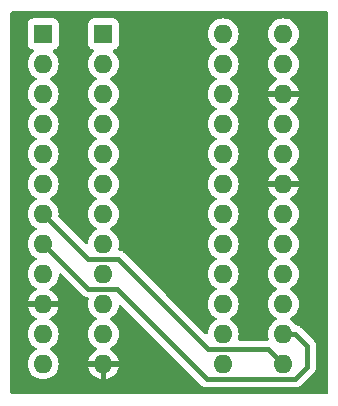
<source format=gbr>
%TF.GenerationSoftware,KiCad,Pcbnew,9.0.3*%
%TF.CreationDate,2025-07-23T07:28:25-07:00*%
%TF.ProjectId,EPROMAdapter,4550524f-4d41-4646-9170-7465722e6b69,rev?*%
%TF.SameCoordinates,PX7be6fe8PY6d01460*%
%TF.FileFunction,Copper,L2,Bot*%
%TF.FilePolarity,Positive*%
%FSLAX46Y46*%
G04 Gerber Fmt 4.6, Leading zero omitted, Abs format (unit mm)*
G04 Created by KiCad (PCBNEW 9.0.3) date 2025-07-23 07:28:25*
%MOMM*%
%LPD*%
G01*
G04 APERTURE LIST*
%TA.AperFunction,ComponentPad*%
%ADD10R,1.600000X1.600000*%
%TD*%
%TA.AperFunction,ComponentPad*%
%ADD11O,1.600000X1.600000*%
%TD*%
%TA.AperFunction,Conductor*%
%ADD12C,0.406400*%
%TD*%
G04 APERTURE END LIST*
D10*
%TO.P,U1,1,A7*%
%TO.N,A7*%
X7899400Y30480000D03*
D11*
%TO.P,U1,2,A6*%
%TO.N,A6*%
X7899400Y27940000D03*
%TO.P,U1,3,A5*%
%TO.N,A5*%
X7899400Y25400000D03*
%TO.P,U1,4,A4*%
%TO.N,A4*%
X7899400Y22860000D03*
%TO.P,U1,5,A3*%
%TO.N,A3*%
X7899400Y20320000D03*
%TO.P,U1,6,A2*%
%TO.N,A2*%
X7899400Y17780000D03*
%TO.P,U1,7,A1*%
%TO.N,A1*%
X7899400Y15240000D03*
%TO.P,U1,8,A0*%
%TO.N,A0*%
X7899400Y12700000D03*
%TO.P,U1,9,D0*%
%TO.N,D0*%
X7899400Y10160000D03*
%TO.P,U1,10,D1*%
%TO.N,D1*%
X7899400Y7620000D03*
%TO.P,U1,11,D2*%
%TO.N,D2*%
X7899400Y5080000D03*
%TO.P,U1,12,GND*%
%TO.N,GND*%
X7899400Y2540000D03*
%TO.P,U1,13,D3*%
%TO.N,D3*%
X23139400Y2540000D03*
%TO.P,U1,14,D4*%
%TO.N,D4*%
X23139400Y5080000D03*
%TO.P,U1,15,D5*%
%TO.N,unconnected-(U1-D5-Pad15)*%
X23139400Y7620000D03*
%TO.P,U1,16,D6*%
%TO.N,unconnected-(U1-D6-Pad16)*%
X23139400Y10160000D03*
%TO.P,U1,17,D7*%
%TO.N,unconnected-(U1-D7-Pad17)*%
X23139400Y12700000D03*
%TO.P,U1,18,~{CE}*%
%TO.N,~{CE}*%
X23139400Y15240000D03*
%TO.P,U1,19,A10*%
%TO.N,GND*%
X23139400Y17780000D03*
%TO.P,U1,20,~{OE}*%
%TO.N,~{CE}*%
X23139400Y20320000D03*
%TO.P,U1,21,VPP*%
%TO.N,unconnected-(U1-VPP-Pad21)*%
X23139400Y22860000D03*
%TO.P,U1,22,A9*%
%TO.N,GND*%
X23139400Y25400000D03*
%TO.P,U1,23,A8*%
%TO.N,A8*%
X23139400Y27940000D03*
%TO.P,U1,24,VCC*%
%TO.N,VCC*%
X23139400Y30480000D03*
%TD*%
D10*
%TO.P,U2,1,-12V*%
%TO.N,unconnected-(U2--12V-Pad1)*%
X2794000Y30480000D03*
D11*
%TO.P,U2,2,NC*%
%TO.N,unconnected-(U2-NC-Pad2)*%
X2794000Y27940000D03*
%TO.P,U2,3,NC*%
%TO.N,unconnected-(U2-NC-Pad3)*%
X2794000Y25400000D03*
%TO.P,U2,4,D1*%
%TO.N,D0*%
X2794000Y22860000D03*
%TO.P,U2,5,D2*%
%TO.N,D1*%
X2794000Y20320000D03*
%TO.P,U2,6,D3*%
%TO.N,D2*%
X2794000Y17780000D03*
%TO.P,U2,7,D4*%
%TO.N,D3*%
X2794000Y15240000D03*
%TO.P,U2,8,D5*%
%TO.N,D4*%
X2794000Y12700000D03*
%TO.P,U2,9,NC*%
%TO.N,unconnected-(U2-NC-Pad9)*%
X2794000Y10160000D03*
%TO.P,U2,10,GND*%
%TO.N,GND*%
X2794000Y7620000D03*
%TO.P,U2,11,~{CE}*%
%TO.N,~{CE}*%
X2794000Y5080000D03*
%TO.P,U2,12,-5V*%
%TO.N,unconnected-(U2--5V-Pad12)*%
X2794000Y2540000D03*
%TO.P,U2,13,NC*%
%TO.N,unconnected-(U2-NC-Pad13)*%
X18034000Y2540000D03*
%TO.P,U2,14,A1*%
%TO.N,A0*%
X18034000Y5080000D03*
%TO.P,U2,15,A2*%
%TO.N,A1*%
X18034000Y7620000D03*
%TO.P,U2,16,A3*%
%TO.N,A2*%
X18034000Y10160000D03*
%TO.P,U2,17,A4*%
%TO.N,A3*%
X18034000Y12700000D03*
%TO.P,U2,18,A5*%
%TO.N,A4*%
X18034000Y15240000D03*
%TO.P,U2,19,A6*%
%TO.N,A5*%
X18034000Y17780000D03*
%TO.P,U2,20,A7*%
%TO.N,A6*%
X18034000Y20320000D03*
%TO.P,U2,21,A8*%
%TO.N,A7*%
X18034000Y22860000D03*
%TO.P,U2,22,A9*%
%TO.N,A8*%
X18034000Y25400000D03*
%TO.P,U2,23,NC*%
%TO.N,unconnected-(U2-NC-Pad23)*%
X18034000Y27940000D03*
%TO.P,U2,24,VCC*%
%TO.N,VCC*%
X18034000Y30480000D03*
%TD*%
D12*
%TO.N,D3*%
X16789400Y3810000D02*
X21869400Y3810000D01*
X2819400Y15240000D02*
X6629400Y11430000D01*
X9169400Y11430000D02*
X16789400Y3810000D01*
X9169400Y11430000D02*
X6629400Y11430000D01*
X21869400Y3810000D02*
X23139400Y2540000D01*
%TO.N,D4*%
X24155400Y5080000D02*
X25171400Y4064000D01*
X9042400Y8890000D02*
X16662400Y1270000D01*
X6629400Y8890000D02*
X2819400Y12700000D01*
X23139400Y5080000D02*
X24155400Y5080000D01*
X24155400Y1270000D02*
X16662400Y1270000D01*
X25171400Y2286000D02*
X24155400Y1270000D01*
X9042400Y8890000D02*
X6629400Y8890000D01*
X25171400Y4064000D02*
X25171400Y2286000D01*
%TD*%
%TA.AperFunction,Conductor*%
%TO.N,GND*%
G36*
X26862000Y32367887D02*
G01*
X26907387Y32322500D01*
X26924000Y32260500D01*
X26924000Y124500D01*
X26907387Y62500D01*
X26862000Y17113D01*
X26800000Y500D01*
X149900Y500D01*
X87900Y17113D01*
X42513Y62500D01*
X25900Y124500D01*
X25900Y2540000D01*
X1480501Y2540000D01*
X1500456Y2311916D01*
X1518999Y2242713D01*
X1558934Y2093674D01*
X1559717Y2090754D01*
X1656474Y1883256D01*
X1656476Y1883254D01*
X1656477Y1883251D01*
X1787802Y1695700D01*
X1949700Y1533802D01*
X2137251Y1402477D01*
X2344757Y1305716D01*
X2565913Y1246457D01*
X2794000Y1226502D01*
X3022087Y1246457D01*
X3243243Y1305716D01*
X3450749Y1402477D01*
X3638300Y1533802D01*
X3800198Y1695700D01*
X3931523Y1883251D01*
X4028284Y2090757D01*
X4081671Y2290000D01*
X6620528Y2290000D01*
X6673133Y2093674D01*
X6769265Y1887520D01*
X6899741Y1701181D01*
X7060580Y1540342D01*
X7246919Y1409866D01*
X7453073Y1313734D01*
X7649399Y1261129D01*
X7649400Y1261128D01*
X7649400Y2290000D01*
X8149400Y2290000D01*
X8149400Y1261129D01*
X8345726Y1313734D01*
X8551880Y1409866D01*
X8738219Y1540342D01*
X8899058Y1701181D01*
X9029534Y1887520D01*
X9125666Y2093674D01*
X9178272Y2290000D01*
X8149400Y2290000D01*
X7649400Y2290000D01*
X6620528Y2290000D01*
X4081671Y2290000D01*
X4087543Y2311913D01*
X4107498Y2540000D01*
X4087543Y2768087D01*
X4028284Y2989243D01*
X3964730Y3125535D01*
X3931525Y3196745D01*
X3931524Y3196746D01*
X3931523Y3196749D01*
X3800198Y3384300D01*
X3638300Y3546198D01*
X3450749Y3677523D01*
X3417708Y3692930D01*
X3407655Y3697618D01*
X3355479Y3743375D01*
X3336059Y3810000D01*
X3355479Y3876625D01*
X3407655Y3922382D01*
X3410882Y3923888D01*
X3450749Y3942477D01*
X3638300Y4073802D01*
X3800198Y4235700D01*
X3931523Y4423251D01*
X4028284Y4630757D01*
X4087543Y4851913D01*
X4107498Y5080000D01*
X4087543Y5308087D01*
X4028284Y5529243D01*
X3931523Y5736749D01*
X3800198Y5924300D01*
X3638300Y6086198D01*
X3450749Y6217523D01*
X3450748Y6217524D01*
X3450746Y6217525D01*
X3397598Y6242308D01*
X3345422Y6288066D01*
X3326003Y6354691D01*
X3345423Y6421317D01*
X3397600Y6467073D01*
X3446481Y6489867D01*
X3632819Y6620342D01*
X3793658Y6781181D01*
X3924134Y6967520D01*
X4020266Y7173674D01*
X4072872Y7370000D01*
X1515128Y7370000D01*
X1567733Y7173674D01*
X1663865Y6967520D01*
X1794341Y6781181D01*
X1955180Y6620342D01*
X2141516Y6489868D01*
X2190400Y6467073D01*
X2242576Y6421316D01*
X2261996Y6354691D01*
X2242577Y6288066D01*
X2190402Y6242309D01*
X2137256Y6217526D01*
X2137255Y6217525D01*
X2137251Y6217523D01*
X1949700Y6086198D01*
X1949696Y6086195D01*
X1787805Y5924304D01*
X1656474Y5736745D01*
X1559717Y5529247D01*
X1500456Y5308085D01*
X1480501Y5080000D01*
X1500456Y4851916D01*
X1559717Y4630754D01*
X1656474Y4423256D01*
X1656476Y4423254D01*
X1656477Y4423251D01*
X1787802Y4235700D01*
X1949700Y4073802D01*
X2137251Y3942477D01*
X2180345Y3922382D01*
X2232520Y3876628D01*
X2251940Y3810003D01*
X2232522Y3743378D01*
X2180347Y3697620D01*
X2137254Y3677525D01*
X2137251Y3677524D01*
X2137251Y3677523D01*
X2126699Y3670134D01*
X1949696Y3546195D01*
X1787805Y3384304D01*
X1656474Y3196745D01*
X1559717Y2989247D01*
X1500456Y2768085D01*
X1480501Y2540000D01*
X25900Y2540000D01*
X25900Y10160001D01*
X1480501Y10160001D01*
X1500456Y9931916D01*
X1559717Y9710754D01*
X1656474Y9503256D01*
X1656476Y9503254D01*
X1656477Y9503251D01*
X1787802Y9315700D01*
X1949700Y9153802D01*
X2137251Y9022477D01*
X2190401Y8997693D01*
X2242576Y8951939D01*
X2261996Y8885314D01*
X2242578Y8818689D01*
X2190403Y8772931D01*
X2141520Y8750136D01*
X1955180Y8619659D01*
X1794341Y8458820D01*
X1663865Y8272481D01*
X1567733Y8066327D01*
X1515128Y7870001D01*
X1515128Y7870000D01*
X4072872Y7870000D01*
X4072871Y7870001D01*
X4020266Y8066327D01*
X3924134Y8272481D01*
X3793658Y8458820D01*
X3632819Y8619659D01*
X3446482Y8750134D01*
X3397597Y8772930D01*
X3345422Y8818688D01*
X3326003Y8885314D01*
X3345424Y8951939D01*
X3397596Y8997692D01*
X3450749Y9022477D01*
X3638300Y9153802D01*
X3800198Y9315700D01*
X3931523Y9503251D01*
X4028284Y9710757D01*
X4087543Y9931913D01*
X4094083Y10006677D01*
X4104065Y10120756D01*
X4129217Y10185435D01*
X4185182Y10226471D01*
X4254431Y10231010D01*
X4315274Y10197630D01*
X6108287Y8404617D01*
X6113421Y8399164D01*
X6153989Y8353372D01*
X6204332Y8318623D01*
X6210365Y8314184D01*
X6258507Y8276467D01*
X6268064Y8272166D01*
X6287602Y8261146D01*
X6296225Y8255194D01*
X6296226Y8255194D01*
X6296227Y8255193D01*
X6353418Y8233504D01*
X6360327Y8230642D01*
X6416113Y8205535D01*
X6426412Y8203648D01*
X6448028Y8197623D01*
X6457828Y8193906D01*
X6518554Y8186534D01*
X6525914Y8185413D01*
X6556064Y8179888D01*
X6616557Y8150179D01*
X6652577Y8093216D01*
X6653482Y8025826D01*
X6605856Y7848085D01*
X6585901Y7620000D01*
X6605856Y7391916D01*
X6635486Y7281335D01*
X6664334Y7173674D01*
X6665117Y7170754D01*
X6761874Y6963256D01*
X6761876Y6963254D01*
X6761877Y6963251D01*
X6893202Y6775700D01*
X7055100Y6613802D01*
X7242651Y6482477D01*
X7282734Y6463786D01*
X7285745Y6462382D01*
X7337921Y6416625D01*
X7357340Y6350000D01*
X7337921Y6283375D01*
X7285744Y6237618D01*
X7242651Y6217523D01*
X7055100Y6086198D01*
X7055096Y6086195D01*
X6893205Y5924304D01*
X6761874Y5736745D01*
X6665117Y5529247D01*
X6605856Y5308085D01*
X6585901Y5080000D01*
X6605856Y4851916D01*
X6665117Y4630754D01*
X6761874Y4423256D01*
X6761876Y4423254D01*
X6761877Y4423251D01*
X6893202Y4235700D01*
X7055100Y4073802D01*
X7242651Y3942477D01*
X7295801Y3917693D01*
X7347976Y3871939D01*
X7367396Y3805314D01*
X7347978Y3738689D01*
X7295803Y3692931D01*
X7246920Y3670136D01*
X7060580Y3539659D01*
X6899741Y3378820D01*
X6769265Y3192481D01*
X6673133Y2986327D01*
X6620528Y2790001D01*
X6620528Y2790000D01*
X9178272Y2790000D01*
X9178271Y2790001D01*
X9125666Y2986327D01*
X9029534Y3192481D01*
X8899058Y3378820D01*
X8738219Y3539659D01*
X8551882Y3670134D01*
X8502997Y3692930D01*
X8450822Y3738688D01*
X8431403Y3805314D01*
X8450824Y3871939D01*
X8502996Y3917692D01*
X8556149Y3942477D01*
X8743700Y4073802D01*
X8905598Y4235700D01*
X9036923Y4423251D01*
X9133684Y4630757D01*
X9192943Y4851913D01*
X9212898Y5080000D01*
X9192943Y5308087D01*
X9133684Y5529243D01*
X9036923Y5736749D01*
X8905598Y5924300D01*
X8743700Y6086198D01*
X8556149Y6217523D01*
X8513055Y6237618D01*
X8460879Y6283375D01*
X8441459Y6350000D01*
X8460879Y6416625D01*
X8513055Y6462382D01*
X8516282Y6463888D01*
X8556149Y6482477D01*
X8743700Y6613802D01*
X8905598Y6775700D01*
X9036923Y6963251D01*
X9133684Y7170757D01*
X9192943Y7391913D01*
X9197203Y7440616D01*
X9222356Y7505296D01*
X9278321Y7546332D01*
X9347570Y7550871D01*
X9408413Y7517491D01*
X16141280Y784625D01*
X16146414Y779171D01*
X16186987Y733373D01*
X16237339Y698618D01*
X16243372Y694179D01*
X16291507Y656468D01*
X16301060Y652169D01*
X16320603Y641146D01*
X16329227Y635193D01*
X16386431Y613499D01*
X16393336Y610639D01*
X16449112Y585535D01*
X16459420Y583647D01*
X16481028Y577623D01*
X16490828Y573906D01*
X16551541Y566535D01*
X16558932Y565411D01*
X16619113Y554381D01*
X16680161Y558075D01*
X16687648Y558300D01*
X24130140Y558300D01*
X24137627Y558075D01*
X24198687Y554380D01*
X24258890Y565414D01*
X24266239Y566533D01*
X24326972Y573906D01*
X24336768Y577622D01*
X24358378Y583647D01*
X24368687Y585535D01*
X24424474Y610644D01*
X24431356Y613495D01*
X24488573Y635193D01*
X24497194Y641144D01*
X24516741Y652169D01*
X24526293Y656467D01*
X24574466Y694210D01*
X24580459Y698618D01*
X24630811Y733372D01*
X24671393Y779182D01*
X24676495Y784601D01*
X25656799Y1764905D01*
X25662218Y1770007D01*
X25708028Y1810589D01*
X25742789Y1860952D01*
X25747190Y1866934D01*
X25784933Y1915107D01*
X25789231Y1924659D01*
X25800256Y1944206D01*
X25806207Y1952827D01*
X25827905Y2010044D01*
X25830762Y2016938D01*
X25855865Y2072713D01*
X25857753Y2083022D01*
X25863778Y2104632D01*
X25867494Y2114428D01*
X25874867Y2175161D01*
X25875986Y2182510D01*
X25887020Y2242713D01*
X25883325Y2303773D01*
X25883100Y2311260D01*
X25883100Y4038740D01*
X25883326Y4046228D01*
X25884994Y4073806D01*
X25887020Y4107287D01*
X25875987Y4167481D01*
X25874866Y4174846D01*
X25867494Y4235572D01*
X25863777Y4245372D01*
X25857752Y4266989D01*
X25855865Y4277286D01*
X25830760Y4333068D01*
X25827894Y4339988D01*
X25806206Y4397175D01*
X25800254Y4405798D01*
X25789234Y4425336D01*
X25784933Y4434893D01*
X25747216Y4483035D01*
X25742777Y4489068D01*
X25708028Y4539411D01*
X25662236Y4579979D01*
X25656783Y4585113D01*
X24676511Y5565385D01*
X24671377Y5570839D01*
X24630812Y5616627D01*
X24580469Y5651376D01*
X24574444Y5655809D01*
X24526293Y5693533D01*
X24526291Y5693534D01*
X24516738Y5697834D01*
X24497201Y5708853D01*
X24488574Y5714807D01*
X24431372Y5736502D01*
X24424456Y5739366D01*
X24368685Y5764466D01*
X24360445Y5765976D01*
X24358378Y5766355D01*
X24336770Y5772379D01*
X24326975Y5776094D01*
X24297063Y5779726D01*
X24248218Y5796491D01*
X24210439Y5831697D01*
X24145598Y5924300D01*
X23983700Y6086198D01*
X23796149Y6217523D01*
X23753055Y6237618D01*
X23700879Y6283375D01*
X23681459Y6350000D01*
X23700879Y6416625D01*
X23753055Y6462382D01*
X23756282Y6463888D01*
X23796149Y6482477D01*
X23983700Y6613802D01*
X24145598Y6775700D01*
X24276923Y6963251D01*
X24373684Y7170757D01*
X24432943Y7391913D01*
X24452898Y7620000D01*
X24432943Y7848087D01*
X24373684Y8069243D01*
X24278913Y8272481D01*
X24276925Y8276745D01*
X24276924Y8276746D01*
X24276923Y8276749D01*
X24145598Y8464300D01*
X23983700Y8626198D01*
X23796149Y8757523D01*
X23763108Y8772930D01*
X23753055Y8777618D01*
X23700879Y8823375D01*
X23681459Y8890000D01*
X23700879Y8956625D01*
X23753055Y9002382D01*
X23756282Y9003888D01*
X23796149Y9022477D01*
X23983700Y9153802D01*
X24145598Y9315700D01*
X24276923Y9503251D01*
X24373684Y9710757D01*
X24432943Y9931913D01*
X24452898Y10160000D01*
X24432943Y10388087D01*
X24373684Y10609243D01*
X24279057Y10812172D01*
X24276925Y10816745D01*
X24276924Y10816746D01*
X24276923Y10816749D01*
X24145598Y11004300D01*
X23983700Y11166198D01*
X23796149Y11297523D01*
X23753055Y11317618D01*
X23700879Y11363375D01*
X23681459Y11430000D01*
X23700879Y11496625D01*
X23753055Y11542382D01*
X23756282Y11543888D01*
X23796149Y11562477D01*
X23983700Y11693802D01*
X24145598Y11855700D01*
X24276923Y12043251D01*
X24373684Y12250757D01*
X24432943Y12471913D01*
X24452898Y12700000D01*
X24432943Y12928087D01*
X24373684Y13149243D01*
X24276923Y13356749D01*
X24145598Y13544300D01*
X23983700Y13706198D01*
X23796149Y13837523D01*
X23753055Y13857618D01*
X23700879Y13903375D01*
X23681459Y13970000D01*
X23700879Y14036625D01*
X23753055Y14082382D01*
X23756282Y14083888D01*
X23796149Y14102477D01*
X23983700Y14233802D01*
X24145598Y14395700D01*
X24276923Y14583251D01*
X24373684Y14790757D01*
X24432943Y15011913D01*
X24452898Y15240000D01*
X24432943Y15468087D01*
X24373684Y15689243D01*
X24276923Y15896749D01*
X24145598Y16084300D01*
X23983700Y16246198D01*
X23796149Y16377523D01*
X23796148Y16377524D01*
X23796146Y16377525D01*
X23742998Y16402308D01*
X23690822Y16448066D01*
X23671403Y16514691D01*
X23690823Y16581317D01*
X23743000Y16627073D01*
X23791881Y16649867D01*
X23978219Y16780342D01*
X24139058Y16941181D01*
X24269534Y17127520D01*
X24365666Y17333674D01*
X24418272Y17530000D01*
X21860528Y17530000D01*
X21913133Y17333674D01*
X22009265Y17127520D01*
X22139741Y16941181D01*
X22300580Y16780342D01*
X22486916Y16649868D01*
X22535800Y16627073D01*
X22587976Y16581316D01*
X22607396Y16514691D01*
X22587977Y16448066D01*
X22535802Y16402309D01*
X22482656Y16377526D01*
X22482655Y16377525D01*
X22482651Y16377523D01*
X22295100Y16246198D01*
X22295096Y16246195D01*
X22133205Y16084304D01*
X22001874Y15896745D01*
X21905117Y15689247D01*
X21845856Y15468085D01*
X21825901Y15240000D01*
X21845856Y15011916D01*
X21905117Y14790754D01*
X22001874Y14583256D01*
X22001876Y14583254D01*
X22001877Y14583251D01*
X22133202Y14395700D01*
X22295100Y14233802D01*
X22482651Y14102477D01*
X22522734Y14083786D01*
X22525745Y14082382D01*
X22577921Y14036625D01*
X22597340Y13970000D01*
X22577921Y13903375D01*
X22525744Y13857618D01*
X22482651Y13837523D01*
X22295100Y13706198D01*
X22295096Y13706195D01*
X22133205Y13544304D01*
X22001874Y13356745D01*
X21905117Y13149247D01*
X21845856Y12928085D01*
X21825901Y12700000D01*
X21845856Y12471916D01*
X21905117Y12250754D01*
X22001874Y12043256D01*
X22001876Y12043254D01*
X22001877Y12043251D01*
X22133202Y11855700D01*
X22295100Y11693802D01*
X22482651Y11562477D01*
X22522734Y11543786D01*
X22525745Y11542382D01*
X22577921Y11496625D01*
X22597340Y11430000D01*
X22577921Y11363375D01*
X22525744Y11317618D01*
X22482651Y11297523D01*
X22295100Y11166198D01*
X22295096Y11166195D01*
X22133205Y11004304D01*
X22001874Y10816745D01*
X21905117Y10609247D01*
X21845856Y10388085D01*
X21825901Y10160000D01*
X21845856Y9931916D01*
X21905117Y9710754D01*
X22001874Y9503256D01*
X22001876Y9503254D01*
X22001877Y9503251D01*
X22133202Y9315700D01*
X22295100Y9153802D01*
X22482651Y9022477D01*
X22525745Y9002382D01*
X22577920Y8956628D01*
X22597340Y8890003D01*
X22577922Y8823378D01*
X22525747Y8777620D01*
X22482654Y8757525D01*
X22482651Y8757524D01*
X22482651Y8757523D01*
X22472099Y8750134D01*
X22295096Y8626195D01*
X22133205Y8464304D01*
X22001874Y8276745D01*
X21905117Y8069247D01*
X21845856Y7848085D01*
X21825901Y7620000D01*
X21845856Y7391916D01*
X21875486Y7281335D01*
X21904334Y7173674D01*
X21905117Y7170754D01*
X22001874Y6963256D01*
X22001876Y6963254D01*
X22001877Y6963251D01*
X22133202Y6775700D01*
X22295100Y6613802D01*
X22482651Y6482477D01*
X22522734Y6463786D01*
X22525745Y6462382D01*
X22577921Y6416625D01*
X22597340Y6350000D01*
X22577921Y6283375D01*
X22525744Y6237618D01*
X22482651Y6217523D01*
X22295100Y6086198D01*
X22295096Y6086195D01*
X22133205Y5924304D01*
X22001874Y5736745D01*
X21905117Y5529247D01*
X21845856Y5308085D01*
X21825901Y5080001D01*
X21845856Y4851916D01*
X21845857Y4851913D01*
X21892513Y4677792D01*
X21894355Y4621509D01*
X21871114Y4570214D01*
X21827582Y4534488D01*
X21772738Y4521700D01*
X19400663Y4521700D01*
X19345819Y4534488D01*
X19302287Y4570214D01*
X19279046Y4621509D01*
X19280888Y4677794D01*
X19295936Y4733956D01*
X19327543Y4851913D01*
X19347498Y5080000D01*
X19327543Y5308087D01*
X19268284Y5529243D01*
X19171523Y5736749D01*
X19040198Y5924300D01*
X18878300Y6086198D01*
X18690749Y6217523D01*
X18647655Y6237618D01*
X18595479Y6283375D01*
X18576059Y6350000D01*
X18595479Y6416625D01*
X18647655Y6462382D01*
X18650882Y6463888D01*
X18690749Y6482477D01*
X18878300Y6613802D01*
X19040198Y6775700D01*
X19171523Y6963251D01*
X19268284Y7170757D01*
X19327543Y7391913D01*
X19347498Y7620000D01*
X19327543Y7848087D01*
X19268284Y8069243D01*
X19173513Y8272481D01*
X19171525Y8276745D01*
X19171524Y8276746D01*
X19171523Y8276749D01*
X19040198Y8464300D01*
X18878300Y8626198D01*
X18690749Y8757523D01*
X18657708Y8772930D01*
X18647655Y8777618D01*
X18595479Y8823375D01*
X18576059Y8890000D01*
X18595479Y8956625D01*
X18647655Y9002382D01*
X18650882Y9003888D01*
X18690749Y9022477D01*
X18878300Y9153802D01*
X19040198Y9315700D01*
X19171523Y9503251D01*
X19268284Y9710757D01*
X19327543Y9931913D01*
X19347498Y10160000D01*
X19327543Y10388087D01*
X19268284Y10609243D01*
X19173657Y10812172D01*
X19171525Y10816745D01*
X19171524Y10816746D01*
X19171523Y10816749D01*
X19040198Y11004300D01*
X18878300Y11166198D01*
X18690749Y11297523D01*
X18647655Y11317618D01*
X18595479Y11363375D01*
X18576059Y11430000D01*
X18595479Y11496625D01*
X18647655Y11542382D01*
X18650882Y11543888D01*
X18690749Y11562477D01*
X18878300Y11693802D01*
X19040198Y11855700D01*
X19171523Y12043251D01*
X19268284Y12250757D01*
X19327543Y12471913D01*
X19347498Y12700000D01*
X19327543Y12928087D01*
X19268284Y13149243D01*
X19171523Y13356749D01*
X19040198Y13544300D01*
X18878300Y13706198D01*
X18690749Y13837523D01*
X18647655Y13857618D01*
X18595479Y13903375D01*
X18576059Y13970000D01*
X18595479Y14036625D01*
X18647655Y14082382D01*
X18650882Y14083888D01*
X18690749Y14102477D01*
X18878300Y14233802D01*
X19040198Y14395700D01*
X19171523Y14583251D01*
X19268284Y14790757D01*
X19327543Y15011913D01*
X19347498Y15240000D01*
X19327543Y15468087D01*
X19268284Y15689243D01*
X19171523Y15896749D01*
X19040198Y16084300D01*
X18878300Y16246198D01*
X18690749Y16377523D01*
X18647655Y16397618D01*
X18595479Y16443375D01*
X18576059Y16510000D01*
X18595479Y16576625D01*
X18647655Y16622382D01*
X18650882Y16623888D01*
X18690749Y16642477D01*
X18878300Y16773802D01*
X19040198Y16935700D01*
X19171523Y17123251D01*
X19268284Y17330757D01*
X19327543Y17551913D01*
X19347498Y17780000D01*
X19327543Y18008087D01*
X19268284Y18229243D01*
X19171523Y18436749D01*
X19040198Y18624300D01*
X18878300Y18786198D01*
X18690749Y18917523D01*
X18657708Y18932930D01*
X18647655Y18937618D01*
X18595479Y18983375D01*
X18576059Y19050000D01*
X18595479Y19116625D01*
X18647655Y19162382D01*
X18650882Y19163888D01*
X18690749Y19182477D01*
X18878300Y19313802D01*
X19040198Y19475700D01*
X19171523Y19663251D01*
X19268284Y19870757D01*
X19327543Y20091913D01*
X19347498Y20320000D01*
X19347498Y20320001D01*
X21825901Y20320001D01*
X21845856Y20091916D01*
X21905117Y19870754D01*
X22001874Y19663256D01*
X22001876Y19663254D01*
X22001877Y19663251D01*
X22133202Y19475700D01*
X22295100Y19313802D01*
X22482651Y19182477D01*
X22535801Y19157693D01*
X22587976Y19111939D01*
X22607396Y19045314D01*
X22587978Y18978689D01*
X22535803Y18932931D01*
X22486920Y18910136D01*
X22300580Y18779659D01*
X22139741Y18618820D01*
X22009265Y18432481D01*
X21913133Y18226327D01*
X21860528Y18030001D01*
X21860528Y18030000D01*
X24418272Y18030000D01*
X24418271Y18030001D01*
X24365666Y18226327D01*
X24269534Y18432481D01*
X24139058Y18618820D01*
X23978219Y18779659D01*
X23791882Y18910134D01*
X23742997Y18932930D01*
X23690822Y18978688D01*
X23671403Y19045314D01*
X23690824Y19111939D01*
X23742996Y19157692D01*
X23796149Y19182477D01*
X23983700Y19313802D01*
X24145598Y19475700D01*
X24276923Y19663251D01*
X24373684Y19870757D01*
X24432943Y20091913D01*
X24452898Y20320000D01*
X24432943Y20548087D01*
X24373684Y20769243D01*
X24276923Y20976749D01*
X24145598Y21164300D01*
X23983700Y21326198D01*
X23796149Y21457523D01*
X23753055Y21477618D01*
X23700879Y21523375D01*
X23681459Y21590000D01*
X23700879Y21656625D01*
X23753055Y21702382D01*
X23756282Y21703888D01*
X23796149Y21722477D01*
X23983700Y21853802D01*
X24145598Y22015700D01*
X24276923Y22203251D01*
X24373684Y22410757D01*
X24432943Y22631913D01*
X24452898Y22860000D01*
X24432943Y23088087D01*
X24373684Y23309243D01*
X24276923Y23516749D01*
X24145598Y23704300D01*
X23983700Y23866198D01*
X23796149Y23997523D01*
X23796148Y23997524D01*
X23796146Y23997525D01*
X23742998Y24022308D01*
X23690822Y24068066D01*
X23671403Y24134691D01*
X23690823Y24201317D01*
X23743000Y24247073D01*
X23791881Y24269867D01*
X23978219Y24400342D01*
X24139058Y24561181D01*
X24269534Y24747520D01*
X24365666Y24953674D01*
X24418272Y25150000D01*
X21860528Y25150000D01*
X21913133Y24953674D01*
X22009265Y24747520D01*
X22139741Y24561181D01*
X22300580Y24400342D01*
X22486916Y24269868D01*
X22535800Y24247073D01*
X22587976Y24201316D01*
X22607396Y24134691D01*
X22587977Y24068066D01*
X22535802Y24022309D01*
X22482656Y23997526D01*
X22482655Y23997525D01*
X22482651Y23997523D01*
X22295100Y23866198D01*
X22295096Y23866195D01*
X22133205Y23704304D01*
X22001874Y23516745D01*
X21905117Y23309247D01*
X21845856Y23088085D01*
X21825901Y22860001D01*
X21845856Y22631916D01*
X21905117Y22410754D01*
X22001874Y22203256D01*
X22001876Y22203254D01*
X22001877Y22203251D01*
X22133202Y22015700D01*
X22295100Y21853802D01*
X22482651Y21722477D01*
X22522734Y21703786D01*
X22525745Y21702382D01*
X22577921Y21656625D01*
X22597340Y21590000D01*
X22577921Y21523375D01*
X22525744Y21477618D01*
X22482651Y21457523D01*
X22295100Y21326198D01*
X22295096Y21326195D01*
X22133205Y21164304D01*
X22001874Y20976745D01*
X21905117Y20769247D01*
X21845856Y20548085D01*
X21825901Y20320001D01*
X19347498Y20320001D01*
X19327543Y20548087D01*
X19268284Y20769243D01*
X19171523Y20976749D01*
X19040198Y21164300D01*
X18878300Y21326198D01*
X18690749Y21457523D01*
X18647655Y21477618D01*
X18595479Y21523375D01*
X18576059Y21590000D01*
X18595479Y21656625D01*
X18647655Y21702382D01*
X18650882Y21703888D01*
X18690749Y21722477D01*
X18878300Y21853802D01*
X19040198Y22015700D01*
X19171523Y22203251D01*
X19268284Y22410757D01*
X19327543Y22631913D01*
X19347498Y22860000D01*
X19327543Y23088087D01*
X19268284Y23309243D01*
X19171523Y23516749D01*
X19040198Y23704300D01*
X18878300Y23866198D01*
X18690749Y23997523D01*
X18647655Y24017618D01*
X18595479Y24063375D01*
X18576059Y24130000D01*
X18595479Y24196625D01*
X18647655Y24242382D01*
X18650882Y24243888D01*
X18690749Y24262477D01*
X18878300Y24393802D01*
X19040198Y24555700D01*
X19171523Y24743251D01*
X19268284Y24950757D01*
X19327543Y25171913D01*
X19347498Y25400000D01*
X19327543Y25628087D01*
X19268284Y25849243D01*
X19171523Y26056749D01*
X19040198Y26244300D01*
X18878300Y26406198D01*
X18690749Y26537523D01*
X18657708Y26552930D01*
X18647655Y26557618D01*
X18595479Y26603375D01*
X18576059Y26670000D01*
X18595479Y26736625D01*
X18647655Y26782382D01*
X18650882Y26783888D01*
X18690749Y26802477D01*
X18878300Y26933802D01*
X19040198Y27095700D01*
X19171523Y27283251D01*
X19268284Y27490757D01*
X19327543Y27711913D01*
X19347498Y27940000D01*
X19347498Y27940001D01*
X21825901Y27940001D01*
X21845856Y27711916D01*
X21905117Y27490754D01*
X22001874Y27283256D01*
X22001876Y27283254D01*
X22001877Y27283251D01*
X22133202Y27095700D01*
X22295100Y26933802D01*
X22482651Y26802477D01*
X22535801Y26777693D01*
X22587976Y26731939D01*
X22607396Y26665314D01*
X22587978Y26598689D01*
X22535803Y26552931D01*
X22486920Y26530136D01*
X22300580Y26399659D01*
X22139741Y26238820D01*
X22009265Y26052481D01*
X21913133Y25846327D01*
X21860528Y25650001D01*
X21860528Y25650000D01*
X24418272Y25650000D01*
X24418271Y25650001D01*
X24365666Y25846327D01*
X24269534Y26052481D01*
X24139058Y26238820D01*
X23978219Y26399659D01*
X23791882Y26530134D01*
X23742997Y26552930D01*
X23690822Y26598688D01*
X23671403Y26665314D01*
X23690824Y26731939D01*
X23742996Y26777692D01*
X23796149Y26802477D01*
X23983700Y26933802D01*
X24145598Y27095700D01*
X24276923Y27283251D01*
X24373684Y27490757D01*
X24432943Y27711913D01*
X24452898Y27940000D01*
X24432943Y28168087D01*
X24373684Y28389243D01*
X24276923Y28596749D01*
X24145598Y28784300D01*
X23983700Y28946198D01*
X23796149Y29077523D01*
X23753055Y29097618D01*
X23700879Y29143375D01*
X23681459Y29210000D01*
X23700879Y29276625D01*
X23753055Y29322382D01*
X23756282Y29323888D01*
X23796149Y29342477D01*
X23983700Y29473802D01*
X24145598Y29635700D01*
X24276923Y29823251D01*
X24373684Y30030757D01*
X24432943Y30251913D01*
X24452898Y30480000D01*
X24432943Y30708087D01*
X24373684Y30929243D01*
X24276923Y31136749D01*
X24145598Y31324300D01*
X23983700Y31486198D01*
X23796149Y31617523D01*
X23796146Y31617524D01*
X23796144Y31617526D01*
X23588646Y31714283D01*
X23588643Y31714284D01*
X23478065Y31743914D01*
X23367484Y31773544D01*
X23139400Y31793499D01*
X22911315Y31773544D01*
X22690153Y31714283D01*
X22482655Y31617526D01*
X22295096Y31486195D01*
X22133205Y31324304D01*
X22001874Y31136745D01*
X21905117Y30929247D01*
X21845856Y30708085D01*
X21825901Y30480000D01*
X21845856Y30251916D01*
X21905117Y30030754D01*
X22001874Y29823256D01*
X22001876Y29823254D01*
X22001877Y29823251D01*
X22133202Y29635700D01*
X22295100Y29473802D01*
X22482651Y29342477D01*
X22522734Y29323786D01*
X22525745Y29322382D01*
X22577921Y29276625D01*
X22597340Y29210000D01*
X22577921Y29143375D01*
X22525744Y29097618D01*
X22482651Y29077523D01*
X22302768Y28951567D01*
X22295096Y28946195D01*
X22133205Y28784304D01*
X22001874Y28596745D01*
X21905117Y28389247D01*
X21845856Y28168085D01*
X21825901Y27940001D01*
X19347498Y27940001D01*
X19327543Y28168087D01*
X19268284Y28389243D01*
X19171523Y28596749D01*
X19040198Y28784300D01*
X18878300Y28946198D01*
X18690749Y29077523D01*
X18647655Y29097618D01*
X18595479Y29143375D01*
X18576059Y29210000D01*
X18595479Y29276625D01*
X18647655Y29322382D01*
X18650882Y29323888D01*
X18690749Y29342477D01*
X18878300Y29473802D01*
X19040198Y29635700D01*
X19171523Y29823251D01*
X19268284Y30030757D01*
X19327543Y30251913D01*
X19347498Y30480000D01*
X19327543Y30708087D01*
X19268284Y30929243D01*
X19171523Y31136749D01*
X19040198Y31324300D01*
X18878300Y31486198D01*
X18690749Y31617523D01*
X18690746Y31617524D01*
X18690744Y31617526D01*
X18483246Y31714283D01*
X18483243Y31714284D01*
X18372665Y31743914D01*
X18262084Y31773544D01*
X18034000Y31793499D01*
X17805915Y31773544D01*
X17584753Y31714283D01*
X17377255Y31617526D01*
X17189696Y31486195D01*
X17027805Y31324304D01*
X16896474Y31136745D01*
X16799717Y30929247D01*
X16740456Y30708085D01*
X16720501Y30480000D01*
X16740456Y30251916D01*
X16799717Y30030754D01*
X16896474Y29823256D01*
X16896476Y29823254D01*
X16896477Y29823251D01*
X17027802Y29635700D01*
X17189700Y29473802D01*
X17377251Y29342477D01*
X17417334Y29323786D01*
X17420345Y29322382D01*
X17472521Y29276625D01*
X17491940Y29210000D01*
X17472521Y29143375D01*
X17420344Y29097618D01*
X17377251Y29077523D01*
X17197368Y28951567D01*
X17189696Y28946195D01*
X17027805Y28784304D01*
X16896474Y28596745D01*
X16799717Y28389247D01*
X16740456Y28168085D01*
X16720501Y27940001D01*
X16740456Y27711916D01*
X16799717Y27490754D01*
X16896474Y27283256D01*
X16896476Y27283254D01*
X16896477Y27283251D01*
X17027802Y27095700D01*
X17189700Y26933802D01*
X17377251Y26802477D01*
X17417334Y26783786D01*
X17420345Y26782382D01*
X17472521Y26736625D01*
X17491940Y26670000D01*
X17472521Y26603375D01*
X17420345Y26557618D01*
X17377255Y26537525D01*
X17377251Y26537523D01*
X17189700Y26406198D01*
X17189696Y26406195D01*
X17027805Y26244304D01*
X16896474Y26056745D01*
X16799717Y25849247D01*
X16740456Y25628085D01*
X16720501Y25400001D01*
X16740456Y25171916D01*
X16770086Y25061335D01*
X16798934Y24953674D01*
X16799717Y24950754D01*
X16896474Y24743256D01*
X16896476Y24743254D01*
X16896477Y24743251D01*
X17027802Y24555700D01*
X17189700Y24393802D01*
X17377251Y24262477D01*
X17417334Y24243786D01*
X17420345Y24242382D01*
X17472521Y24196625D01*
X17491940Y24130000D01*
X17472521Y24063375D01*
X17420344Y24017618D01*
X17377251Y23997523D01*
X17189700Y23866198D01*
X17189696Y23866195D01*
X17027805Y23704304D01*
X16896474Y23516745D01*
X16799717Y23309247D01*
X16740456Y23088085D01*
X16720501Y22860001D01*
X16740456Y22631916D01*
X16799717Y22410754D01*
X16896474Y22203256D01*
X16896476Y22203254D01*
X16896477Y22203251D01*
X17027802Y22015700D01*
X17189700Y21853802D01*
X17377251Y21722477D01*
X17417334Y21703786D01*
X17420345Y21702382D01*
X17472521Y21656625D01*
X17491940Y21590000D01*
X17472521Y21523375D01*
X17420344Y21477618D01*
X17377251Y21457523D01*
X17189700Y21326198D01*
X17189696Y21326195D01*
X17027805Y21164304D01*
X16896474Y20976745D01*
X16799717Y20769247D01*
X16740456Y20548085D01*
X16720501Y20320001D01*
X16740456Y20091916D01*
X16799717Y19870754D01*
X16896474Y19663256D01*
X16896476Y19663254D01*
X16896477Y19663251D01*
X17027802Y19475700D01*
X17189700Y19313802D01*
X17377251Y19182477D01*
X17417334Y19163786D01*
X17420345Y19162382D01*
X17472521Y19116625D01*
X17491940Y19050000D01*
X17472521Y18983375D01*
X17420345Y18937618D01*
X17377255Y18917525D01*
X17377251Y18917523D01*
X17189700Y18786198D01*
X17189696Y18786195D01*
X17027805Y18624304D01*
X16896474Y18436745D01*
X16799717Y18229247D01*
X16740456Y18008085D01*
X16720501Y17780000D01*
X16740456Y17551916D01*
X16770086Y17441335D01*
X16798934Y17333674D01*
X16799717Y17330754D01*
X16896474Y17123256D01*
X16896476Y17123254D01*
X16896477Y17123251D01*
X17027802Y16935700D01*
X17189700Y16773802D01*
X17377251Y16642477D01*
X17420345Y16622382D01*
X17472520Y16576628D01*
X17491940Y16510003D01*
X17472522Y16443378D01*
X17420347Y16397620D01*
X17377254Y16377525D01*
X17189696Y16246195D01*
X17027805Y16084304D01*
X16896474Y15896745D01*
X16799717Y15689247D01*
X16740456Y15468085D01*
X16720501Y15240000D01*
X16740456Y15011916D01*
X16799717Y14790754D01*
X16896474Y14583256D01*
X16896476Y14583254D01*
X16896477Y14583251D01*
X17027802Y14395700D01*
X17189700Y14233802D01*
X17377251Y14102477D01*
X17417334Y14083786D01*
X17420345Y14082382D01*
X17472521Y14036625D01*
X17491940Y13970000D01*
X17472521Y13903375D01*
X17420344Y13857618D01*
X17377251Y13837523D01*
X17189700Y13706198D01*
X17189696Y13706195D01*
X17027805Y13544304D01*
X16896474Y13356745D01*
X16799717Y13149247D01*
X16740456Y12928085D01*
X16720501Y12700000D01*
X16740456Y12471916D01*
X16799717Y12250754D01*
X16896474Y12043256D01*
X16896476Y12043254D01*
X16896477Y12043251D01*
X17027802Y11855700D01*
X17189700Y11693802D01*
X17377251Y11562477D01*
X17417334Y11543786D01*
X17420345Y11542382D01*
X17472521Y11496625D01*
X17491940Y11430000D01*
X17472521Y11363375D01*
X17420344Y11317618D01*
X17377251Y11297523D01*
X17189700Y11166198D01*
X17189696Y11166195D01*
X17027805Y11004304D01*
X16896474Y10816745D01*
X16799717Y10609247D01*
X16740456Y10388085D01*
X16720501Y10160000D01*
X16740456Y9931916D01*
X16799717Y9710754D01*
X16896474Y9503256D01*
X16896476Y9503254D01*
X16896477Y9503251D01*
X17027802Y9315700D01*
X17189700Y9153802D01*
X17377251Y9022477D01*
X17420345Y9002382D01*
X17472520Y8956628D01*
X17491940Y8890003D01*
X17472522Y8823378D01*
X17420347Y8777620D01*
X17377254Y8757525D01*
X17377251Y8757524D01*
X17377251Y8757523D01*
X17366699Y8750134D01*
X17189696Y8626195D01*
X17027805Y8464304D01*
X16896474Y8276745D01*
X16799717Y8069247D01*
X16740456Y7848085D01*
X16720501Y7620000D01*
X16740456Y7391916D01*
X16770086Y7281335D01*
X16798934Y7173674D01*
X16799717Y7170754D01*
X16896474Y6963256D01*
X16896476Y6963254D01*
X16896477Y6963251D01*
X17027802Y6775700D01*
X17189700Y6613802D01*
X17377251Y6482477D01*
X17417334Y6463786D01*
X17420345Y6462382D01*
X17472521Y6416625D01*
X17491940Y6350000D01*
X17472521Y6283375D01*
X17420344Y6237618D01*
X17377251Y6217523D01*
X17189700Y6086198D01*
X17189696Y6086195D01*
X17027805Y5924304D01*
X16896474Y5736745D01*
X16799717Y5529247D01*
X16740456Y5308085D01*
X16728021Y5165956D01*
X16702869Y5101277D01*
X16646903Y5060242D01*
X16577654Y5055703D01*
X16516812Y5089083D01*
X13206731Y8399164D01*
X9690511Y11915385D01*
X9685377Y11920839D01*
X9644812Y11966627D01*
X9594469Y12001376D01*
X9588444Y12005809D01*
X9540293Y12043533D01*
X9540291Y12043534D01*
X9530738Y12047834D01*
X9511201Y12058853D01*
X9502574Y12064807D01*
X9445372Y12086502D01*
X9438456Y12089366D01*
X9382685Y12114466D01*
X9374445Y12115976D01*
X9372378Y12116355D01*
X9350770Y12122379D01*
X9340975Y12126094D01*
X9280264Y12133466D01*
X9272861Y12134593D01*
X9242740Y12140113D01*
X9182243Y12169821D01*
X9146222Y12226785D01*
X9145317Y12294172D01*
X9192943Y12471913D01*
X9212898Y12700000D01*
X9192943Y12928087D01*
X9133684Y13149243D01*
X9036923Y13356749D01*
X8905598Y13544300D01*
X8743700Y13706198D01*
X8556149Y13837523D01*
X8513055Y13857618D01*
X8460879Y13903375D01*
X8441459Y13970000D01*
X8460879Y14036625D01*
X8513055Y14082382D01*
X8516282Y14083888D01*
X8556149Y14102477D01*
X8743700Y14233802D01*
X8905598Y14395700D01*
X9036923Y14583251D01*
X9133684Y14790757D01*
X9192943Y15011913D01*
X9212898Y15240000D01*
X9192943Y15468087D01*
X9133684Y15689243D01*
X9036923Y15896749D01*
X8905598Y16084300D01*
X8743700Y16246198D01*
X8556149Y16377523D01*
X8513055Y16397618D01*
X8460879Y16443375D01*
X8441459Y16510000D01*
X8460879Y16576625D01*
X8513055Y16622382D01*
X8516282Y16623888D01*
X8556149Y16642477D01*
X8743700Y16773802D01*
X8905598Y16935700D01*
X9036923Y17123251D01*
X9133684Y17330757D01*
X9192943Y17551913D01*
X9212898Y17780000D01*
X9192943Y18008087D01*
X9133684Y18229243D01*
X9036923Y18436749D01*
X8905598Y18624300D01*
X8743700Y18786198D01*
X8556149Y18917523D01*
X8523108Y18932930D01*
X8513055Y18937618D01*
X8460879Y18983375D01*
X8441459Y19050000D01*
X8460879Y19116625D01*
X8513055Y19162382D01*
X8516282Y19163888D01*
X8556149Y19182477D01*
X8743700Y19313802D01*
X8905598Y19475700D01*
X9036923Y19663251D01*
X9133684Y19870757D01*
X9192943Y20091913D01*
X9212898Y20320000D01*
X9192943Y20548087D01*
X9133684Y20769243D01*
X9036923Y20976749D01*
X8905598Y21164300D01*
X8743700Y21326198D01*
X8556149Y21457523D01*
X8513055Y21477618D01*
X8460879Y21523375D01*
X8441459Y21590000D01*
X8460879Y21656625D01*
X8513055Y21702382D01*
X8516282Y21703888D01*
X8556149Y21722477D01*
X8743700Y21853802D01*
X8905598Y22015700D01*
X9036923Y22203251D01*
X9133684Y22410757D01*
X9192943Y22631913D01*
X9212898Y22860000D01*
X9192943Y23088087D01*
X9133684Y23309243D01*
X9036923Y23516749D01*
X8905598Y23704300D01*
X8743700Y23866198D01*
X8556149Y23997523D01*
X8513055Y24017618D01*
X8460879Y24063375D01*
X8441459Y24130000D01*
X8460879Y24196625D01*
X8513055Y24242382D01*
X8516282Y24243888D01*
X8556149Y24262477D01*
X8743700Y24393802D01*
X8905598Y24555700D01*
X9036923Y24743251D01*
X9133684Y24950757D01*
X9192943Y25171913D01*
X9212898Y25400000D01*
X9192943Y25628087D01*
X9133684Y25849243D01*
X9036923Y26056749D01*
X8905598Y26244300D01*
X8743700Y26406198D01*
X8556149Y26537523D01*
X8523108Y26552930D01*
X8513055Y26557618D01*
X8460879Y26603375D01*
X8441459Y26670000D01*
X8460879Y26736625D01*
X8513055Y26782382D01*
X8516282Y26783888D01*
X8556149Y26802477D01*
X8743700Y26933802D01*
X8905598Y27095700D01*
X9036923Y27283251D01*
X9133684Y27490757D01*
X9192943Y27711913D01*
X9212898Y27940000D01*
X9192943Y28168087D01*
X9133684Y28389243D01*
X9036923Y28596749D01*
X8905598Y28784300D01*
X8743700Y28946198D01*
X8736029Y28951569D01*
X8696896Y28996408D01*
X8683162Y29054321D01*
X8697996Y29111963D01*
X8737980Y29156052D01*
X8793900Y29176431D01*
X8808601Y29178011D01*
X8808603Y29178012D01*
X8808605Y29178012D01*
X8894366Y29210000D01*
X8945604Y29229111D01*
X9062661Y29316739D01*
X9150289Y29433796D01*
X9201389Y29570799D01*
X9207900Y29631362D01*
X9207900Y31328638D01*
X9201389Y31389201D01*
X9201388Y31389203D01*
X9201388Y31389206D01*
X9150289Y31526204D01*
X9062661Y31643262D01*
X8945603Y31730890D01*
X8808605Y31781989D01*
X8778319Y31785245D01*
X8748038Y31788500D01*
X7050762Y31788500D01*
X7023845Y31785607D01*
X6990194Y31781989D01*
X6853196Y31730890D01*
X6736138Y31643262D01*
X6648510Y31526204D01*
X6597411Y31389206D01*
X6590900Y31328634D01*
X6590900Y29631366D01*
X6597411Y29570795D01*
X6648510Y29433797D01*
X6736138Y29316739D01*
X6853196Y29229111D01*
X6990194Y29178012D01*
X6990197Y29178012D01*
X6990199Y29178011D01*
X7004897Y29176431D01*
X7060819Y29156052D01*
X7100803Y29111964D01*
X7115637Y29054323D01*
X7101905Y28996410D01*
X7062768Y28951567D01*
X7055098Y28946197D01*
X6893205Y28784304D01*
X6761874Y28596745D01*
X6665117Y28389247D01*
X6605856Y28168085D01*
X6585901Y27940001D01*
X6605856Y27711916D01*
X6665117Y27490754D01*
X6761874Y27283256D01*
X6761876Y27283254D01*
X6761877Y27283251D01*
X6893202Y27095700D01*
X7055100Y26933802D01*
X7242651Y26802477D01*
X7282734Y26783786D01*
X7285745Y26782382D01*
X7337921Y26736625D01*
X7357340Y26670000D01*
X7337921Y26603375D01*
X7285745Y26557618D01*
X7242655Y26537525D01*
X7242651Y26537523D01*
X7055100Y26406198D01*
X7055096Y26406195D01*
X6893205Y26244304D01*
X6761874Y26056745D01*
X6665117Y25849247D01*
X6605856Y25628085D01*
X6585901Y25400001D01*
X6605856Y25171916D01*
X6635486Y25061335D01*
X6664334Y24953674D01*
X6665117Y24950754D01*
X6761874Y24743256D01*
X6761876Y24743254D01*
X6761877Y24743251D01*
X6893202Y24555700D01*
X7055100Y24393802D01*
X7242651Y24262477D01*
X7282734Y24243786D01*
X7285745Y24242382D01*
X7337921Y24196625D01*
X7357340Y24130000D01*
X7337921Y24063375D01*
X7285744Y24017618D01*
X7242651Y23997523D01*
X7055100Y23866198D01*
X7055096Y23866195D01*
X6893205Y23704304D01*
X6761874Y23516745D01*
X6665117Y23309247D01*
X6605856Y23088085D01*
X6585901Y22860001D01*
X6605856Y22631916D01*
X6665117Y22410754D01*
X6761874Y22203256D01*
X6761876Y22203254D01*
X6761877Y22203251D01*
X6893202Y22015700D01*
X7055100Y21853802D01*
X7242651Y21722477D01*
X7282734Y21703786D01*
X7285745Y21702382D01*
X7337921Y21656625D01*
X7357340Y21590000D01*
X7337921Y21523375D01*
X7285744Y21477618D01*
X7242651Y21457523D01*
X7055100Y21326198D01*
X7055096Y21326195D01*
X6893205Y21164304D01*
X6761874Y20976745D01*
X6665117Y20769247D01*
X6605856Y20548085D01*
X6585901Y20320001D01*
X6605856Y20091916D01*
X6665117Y19870754D01*
X6761874Y19663256D01*
X6761876Y19663254D01*
X6761877Y19663251D01*
X6893202Y19475700D01*
X7055100Y19313802D01*
X7242651Y19182477D01*
X7282734Y19163786D01*
X7285745Y19162382D01*
X7337921Y19116625D01*
X7357340Y19050000D01*
X7337921Y18983375D01*
X7285745Y18937618D01*
X7242655Y18917525D01*
X7242651Y18917523D01*
X7055100Y18786198D01*
X7055096Y18786195D01*
X6893205Y18624304D01*
X6761874Y18436745D01*
X6665117Y18229247D01*
X6605856Y18008085D01*
X6585901Y17780000D01*
X6605856Y17551916D01*
X6635486Y17441335D01*
X6664334Y17333674D01*
X6665117Y17330754D01*
X6761874Y17123256D01*
X6761876Y17123254D01*
X6761877Y17123251D01*
X6893202Y16935700D01*
X7055100Y16773802D01*
X7242651Y16642477D01*
X7285745Y16622382D01*
X7337920Y16576628D01*
X7357340Y16510003D01*
X7337922Y16443378D01*
X7285747Y16397620D01*
X7242654Y16377525D01*
X7055096Y16246195D01*
X6893205Y16084304D01*
X6761874Y15896745D01*
X6665117Y15689247D01*
X6605856Y15468085D01*
X6585901Y15240000D01*
X6605856Y15011916D01*
X6665117Y14790754D01*
X6761874Y14583256D01*
X6761876Y14583254D01*
X6761877Y14583251D01*
X6893202Y14395700D01*
X7055100Y14233802D01*
X7242651Y14102477D01*
X7282734Y14083786D01*
X7285745Y14082382D01*
X7337921Y14036625D01*
X7357340Y13970000D01*
X7337921Y13903375D01*
X7285744Y13857618D01*
X7242651Y13837523D01*
X7055100Y13706198D01*
X7055096Y13706195D01*
X6893205Y13544304D01*
X6761874Y13356745D01*
X6665117Y13149247D01*
X6605856Y12928085D01*
X6591378Y12762600D01*
X6566226Y12697921D01*
X6510260Y12656886D01*
X6441011Y12652347D01*
X6380169Y12685727D01*
X4125729Y14940167D01*
X4096888Y14985438D01*
X4089882Y15038653D01*
X4107498Y15240000D01*
X4087543Y15468087D01*
X4028284Y15689243D01*
X3931523Y15896749D01*
X3800198Y16084300D01*
X3638300Y16246198D01*
X3450749Y16377523D01*
X3407655Y16397618D01*
X3355479Y16443375D01*
X3336059Y16510000D01*
X3355479Y16576625D01*
X3407655Y16622382D01*
X3410882Y16623888D01*
X3450749Y16642477D01*
X3638300Y16773802D01*
X3800198Y16935700D01*
X3931523Y17123251D01*
X4028284Y17330757D01*
X4087543Y17551913D01*
X4107498Y17780000D01*
X4087543Y18008087D01*
X4028284Y18229243D01*
X3931523Y18436749D01*
X3800198Y18624300D01*
X3638300Y18786198D01*
X3450749Y18917523D01*
X3417708Y18932930D01*
X3407655Y18937618D01*
X3355479Y18983375D01*
X3336059Y19050000D01*
X3355479Y19116625D01*
X3407655Y19162382D01*
X3410882Y19163888D01*
X3450749Y19182477D01*
X3638300Y19313802D01*
X3800198Y19475700D01*
X3931523Y19663251D01*
X4028284Y19870757D01*
X4087543Y20091913D01*
X4107498Y20320000D01*
X4087543Y20548087D01*
X4028284Y20769243D01*
X3931523Y20976749D01*
X3800198Y21164300D01*
X3638300Y21326198D01*
X3450749Y21457523D01*
X3407655Y21477618D01*
X3355479Y21523375D01*
X3336059Y21590000D01*
X3355479Y21656625D01*
X3407655Y21702382D01*
X3410882Y21703888D01*
X3450749Y21722477D01*
X3638300Y21853802D01*
X3800198Y22015700D01*
X3931523Y22203251D01*
X4028284Y22410757D01*
X4087543Y22631913D01*
X4107498Y22860000D01*
X4087543Y23088087D01*
X4028284Y23309243D01*
X3931523Y23516749D01*
X3800198Y23704300D01*
X3638300Y23866198D01*
X3450749Y23997523D01*
X3407655Y24017618D01*
X3355479Y24063375D01*
X3336059Y24130000D01*
X3355479Y24196625D01*
X3407655Y24242382D01*
X3410882Y24243888D01*
X3450749Y24262477D01*
X3638300Y24393802D01*
X3800198Y24555700D01*
X3931523Y24743251D01*
X4028284Y24950757D01*
X4087543Y25171913D01*
X4107498Y25400000D01*
X4087543Y25628087D01*
X4028284Y25849243D01*
X3931523Y26056749D01*
X3800198Y26244300D01*
X3638300Y26406198D01*
X3450749Y26537523D01*
X3417708Y26552930D01*
X3407655Y26557618D01*
X3355479Y26603375D01*
X3336059Y26670000D01*
X3355479Y26736625D01*
X3407655Y26782382D01*
X3410882Y26783888D01*
X3450749Y26802477D01*
X3638300Y26933802D01*
X3800198Y27095700D01*
X3931523Y27283251D01*
X4028284Y27490757D01*
X4087543Y27711913D01*
X4107498Y27940000D01*
X4087543Y28168087D01*
X4028284Y28389243D01*
X3931523Y28596749D01*
X3800198Y28784300D01*
X3638300Y28946198D01*
X3630629Y28951569D01*
X3591496Y28996408D01*
X3577762Y29054321D01*
X3592596Y29111963D01*
X3632580Y29156052D01*
X3688500Y29176431D01*
X3703201Y29178011D01*
X3703203Y29178012D01*
X3703205Y29178012D01*
X3788966Y29210000D01*
X3840204Y29229111D01*
X3957261Y29316739D01*
X4044889Y29433796D01*
X4095989Y29570799D01*
X4102500Y29631362D01*
X4102500Y31328638D01*
X4095989Y31389201D01*
X4095988Y31389203D01*
X4095988Y31389206D01*
X4044889Y31526204D01*
X3957261Y31643262D01*
X3840203Y31730890D01*
X3703205Y31781989D01*
X3672919Y31785245D01*
X3642638Y31788500D01*
X1945362Y31788500D01*
X1918445Y31785607D01*
X1884794Y31781989D01*
X1747796Y31730890D01*
X1630738Y31643262D01*
X1543110Y31526204D01*
X1492011Y31389206D01*
X1485500Y31328634D01*
X1485500Y29631366D01*
X1492011Y29570795D01*
X1543110Y29433797D01*
X1630738Y29316739D01*
X1747796Y29229111D01*
X1884794Y29178012D01*
X1884797Y29178012D01*
X1884799Y29178011D01*
X1899497Y29176431D01*
X1955419Y29156052D01*
X1995403Y29111964D01*
X2010237Y29054323D01*
X1996505Y28996410D01*
X1957368Y28951567D01*
X1949698Y28946197D01*
X1787805Y28784304D01*
X1656474Y28596745D01*
X1559717Y28389247D01*
X1500456Y28168085D01*
X1480501Y27940001D01*
X1500456Y27711916D01*
X1559717Y27490754D01*
X1656474Y27283256D01*
X1656476Y27283254D01*
X1656477Y27283251D01*
X1787802Y27095700D01*
X1949700Y26933802D01*
X2137251Y26802477D01*
X2177334Y26783786D01*
X2180345Y26782382D01*
X2232521Y26736625D01*
X2251940Y26670000D01*
X2232521Y26603375D01*
X2180345Y26557618D01*
X2137255Y26537525D01*
X2137251Y26537523D01*
X1949700Y26406198D01*
X1949696Y26406195D01*
X1787805Y26244304D01*
X1656474Y26056745D01*
X1559717Y25849247D01*
X1500456Y25628085D01*
X1480501Y25400001D01*
X1500456Y25171916D01*
X1530086Y25061335D01*
X1558934Y24953674D01*
X1559717Y24950754D01*
X1656474Y24743256D01*
X1656476Y24743254D01*
X1656477Y24743251D01*
X1787802Y24555700D01*
X1949700Y24393802D01*
X2137251Y24262477D01*
X2177334Y24243786D01*
X2180345Y24242382D01*
X2232521Y24196625D01*
X2251940Y24130000D01*
X2232521Y24063375D01*
X2180344Y24017618D01*
X2137251Y23997523D01*
X1949700Y23866198D01*
X1949696Y23866195D01*
X1787805Y23704304D01*
X1656474Y23516745D01*
X1559717Y23309247D01*
X1500456Y23088085D01*
X1480501Y22860001D01*
X1500456Y22631916D01*
X1559717Y22410754D01*
X1656474Y22203256D01*
X1656476Y22203254D01*
X1656477Y22203251D01*
X1787802Y22015700D01*
X1949700Y21853802D01*
X2137251Y21722477D01*
X2177334Y21703786D01*
X2180345Y21702382D01*
X2232521Y21656625D01*
X2251940Y21590000D01*
X2232521Y21523375D01*
X2180344Y21477618D01*
X2137251Y21457523D01*
X1949700Y21326198D01*
X1949696Y21326195D01*
X1787805Y21164304D01*
X1656474Y20976745D01*
X1559717Y20769247D01*
X1500456Y20548085D01*
X1480501Y20320001D01*
X1500456Y20091916D01*
X1559717Y19870754D01*
X1656474Y19663256D01*
X1656476Y19663254D01*
X1656477Y19663251D01*
X1787802Y19475700D01*
X1949700Y19313802D01*
X2137251Y19182477D01*
X2177334Y19163786D01*
X2180345Y19162382D01*
X2232521Y19116625D01*
X2251940Y19050000D01*
X2232521Y18983375D01*
X2180345Y18937618D01*
X2137255Y18917525D01*
X2137251Y18917523D01*
X1949700Y18786198D01*
X1949696Y18786195D01*
X1787805Y18624304D01*
X1656474Y18436745D01*
X1559717Y18229247D01*
X1500456Y18008085D01*
X1480501Y17780000D01*
X1500456Y17551916D01*
X1530086Y17441335D01*
X1558934Y17333674D01*
X1559717Y17330754D01*
X1656474Y17123256D01*
X1656476Y17123254D01*
X1656477Y17123251D01*
X1787802Y16935700D01*
X1949700Y16773802D01*
X2137251Y16642477D01*
X2180345Y16622382D01*
X2232520Y16576628D01*
X2251940Y16510003D01*
X2232522Y16443378D01*
X2180347Y16397620D01*
X2137254Y16377525D01*
X1949696Y16246195D01*
X1787805Y16084304D01*
X1656474Y15896745D01*
X1559717Y15689247D01*
X1500456Y15468085D01*
X1480501Y15240000D01*
X1500456Y15011916D01*
X1559717Y14790754D01*
X1656474Y14583256D01*
X1656476Y14583254D01*
X1656477Y14583251D01*
X1787802Y14395700D01*
X1949700Y14233802D01*
X2137251Y14102477D01*
X2177334Y14083786D01*
X2180345Y14082382D01*
X2232521Y14036625D01*
X2251940Y13970000D01*
X2232521Y13903375D01*
X2180344Y13857618D01*
X2137251Y13837523D01*
X1949700Y13706198D01*
X1949696Y13706195D01*
X1787805Y13544304D01*
X1656474Y13356745D01*
X1559717Y13149247D01*
X1500456Y12928085D01*
X1480501Y12700001D01*
X1500456Y12471916D01*
X1559717Y12250754D01*
X1656474Y12043256D01*
X1656476Y12043254D01*
X1656477Y12043251D01*
X1787802Y11855700D01*
X1949700Y11693802D01*
X2137251Y11562477D01*
X2177334Y11543786D01*
X2180345Y11542382D01*
X2232521Y11496625D01*
X2251940Y11430000D01*
X2232521Y11363375D01*
X2180344Y11317618D01*
X2137251Y11297523D01*
X1949700Y11166198D01*
X1949696Y11166195D01*
X1787805Y11004304D01*
X1656474Y10816745D01*
X1559717Y10609247D01*
X1500456Y10388085D01*
X1480501Y10160001D01*
X25900Y10160001D01*
X25900Y32260500D01*
X42513Y32322500D01*
X87900Y32367887D01*
X149900Y32384500D01*
X26800000Y32384500D01*
X26862000Y32367887D01*
G37*
%TD.AperFunction*%
%TD*%
M02*

</source>
